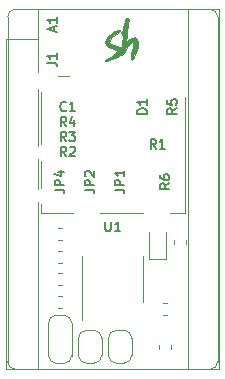
<source format=gbr>
%TF.GenerationSoftware,KiCad,Pcbnew,5.1.6+dfsg1-1~bpo10+1*%
%TF.CreationDate,2020-07-13T20:25:26+00:00*%
%TF.ProjectId,ProMicro_LOG,50726f4d-6963-4726-9f5f-4c4f472e6b69,v1.0*%
%TF.SameCoordinates,Original*%
%TF.FileFunction,Legend,Top*%
%TF.FilePolarity,Positive*%
%FSLAX45Y45*%
G04 Gerber Fmt 4.5, Leading zero omitted, Abs format (unit mm)*
G04 Created by KiCad (PCBNEW 5.1.6+dfsg1-1~bpo10+1) date 2020-07-13 20:25:26*
%MOMM*%
%LPD*%
G01*
G04 APERTURE LIST*
%TA.AperFunction,Profile*%
%ADD10C,0.100000*%
%TD*%
%ADD11C,0.010000*%
%ADD12C,0.120000*%
%ADD13C,0.200000*%
%ADD14O,1.600000X1.600000*%
%ADD15R,1.600000X1.600000*%
%ADD16C,0.150000*%
%ADD17R,1.500000X1.000000*%
%ADD18C,2.000000*%
%ADD19R,1.900000X1.350000*%
%ADD20R,1.200000X1.000000*%
%ADD21R,1.550000X1.350000*%
%ADD22R,1.170000X1.800000*%
%ADD23R,0.850000X1.100000*%
%ADD24R,0.750000X1.100000*%
G04 APERTURE END LIST*
D10*
X-1587500Y2921000D02*
G75*
G03*
X-1651000Y2857500I0J-63500D01*
G01*
X127000Y2857500D02*
G75*
G03*
X63500Y2921000I-63500J0D01*
G01*
X63500Y-127000D02*
G75*
G03*
X127000Y-63500I0J63500D01*
G01*
X-1651000Y-63500D02*
G75*
G03*
X-1587500Y-127000I63500J0D01*
G01*
X-1651000Y2857500D02*
X-1651000Y-63500D01*
X63500Y2921000D02*
X-1587500Y2921000D01*
X127000Y-63500D02*
X127000Y2857500D01*
X-1587500Y-127000D02*
X63500Y-127000D01*
D11*
G36*
X-628104Y2845524D02*
G01*
X-625562Y2833548D01*
X-627927Y2812434D01*
X-629480Y2805660D01*
X-634565Y2780297D01*
X-639740Y2745644D01*
X-643797Y2710049D01*
X-649700Y2647264D01*
X-626392Y2665599D01*
X-597523Y2681721D01*
X-573758Y2682524D01*
X-556998Y2669320D01*
X-549144Y2643418D01*
X-550711Y2613450D01*
X-558400Y2579744D01*
X-569652Y2544711D01*
X-582169Y2514798D01*
X-591492Y2498963D01*
X-600080Y2494482D01*
X-606030Y2502517D01*
X-607992Y2518700D01*
X-604616Y2538663D01*
X-604175Y2540000D01*
X-596488Y2567090D01*
X-590540Y2596246D01*
X-587061Y2622461D01*
X-586776Y2640725D01*
X-588765Y2646038D01*
X-598683Y2643227D01*
X-614157Y2630015D01*
X-631744Y2610347D01*
X-648004Y2588167D01*
X-659495Y2567420D01*
X-661179Y2563040D01*
X-670753Y2544549D01*
X-681807Y2535741D01*
X-682933Y2535625D01*
X-698433Y2531118D01*
X-718385Y2520451D01*
X-718734Y2520223D01*
X-738682Y2509312D01*
X-764954Y2497527D01*
X-791308Y2487384D01*
X-811499Y2481401D01*
X-816687Y2480733D01*
X-827738Y2485820D01*
X-828285Y2486340D01*
X-824990Y2492850D01*
X-810042Y2502518D01*
X-802179Y2506360D01*
X-777297Y2520278D01*
X-753131Y2537962D01*
X-734029Y2555739D01*
X-724341Y2569934D01*
X-723900Y2572465D01*
X-731292Y2579024D01*
X-750501Y2588117D01*
X-772583Y2596153D01*
X-805395Y2609948D01*
X-822148Y2626157D01*
X-823716Y2647097D01*
X-810974Y2675085D01*
X-805569Y2683584D01*
X-787458Y2704396D01*
X-763552Y2723509D01*
X-738078Y2738530D01*
X-715256Y2747068D01*
X-699312Y2746732D01*
X-696989Y2745076D01*
X-696770Y2736243D01*
X-712360Y2725102D01*
X-719266Y2721656D01*
X-743111Y2706401D01*
X-765115Y2685820D01*
X-781764Y2664099D01*
X-789548Y2645421D01*
X-789015Y2638522D01*
X-778435Y2629545D01*
X-757873Y2622029D01*
X-752093Y2620786D01*
X-726916Y2613512D01*
X-707282Y2603480D01*
X-705250Y2601833D01*
X-694150Y2593992D01*
X-688852Y2600001D01*
X-686746Y2608900D01*
X-680862Y2643475D01*
X-677711Y2674251D01*
X-677489Y2697314D01*
X-680392Y2708748D01*
X-681729Y2709333D01*
X-689097Y2716193D01*
X-690033Y2722033D01*
X-685942Y2733307D01*
X-682471Y2734733D01*
X-677207Y2742365D01*
X-670968Y2762267D01*
X-665693Y2787054D01*
X-657124Y2822573D01*
X-646762Y2843802D01*
X-635262Y2849724D01*
X-628104Y2845524D01*
G37*
X-628104Y2845524D02*
X-625562Y2833548D01*
X-627927Y2812434D01*
X-629480Y2805660D01*
X-634565Y2780297D01*
X-639740Y2745644D01*
X-643797Y2710049D01*
X-649700Y2647264D01*
X-626392Y2665599D01*
X-597523Y2681721D01*
X-573758Y2682524D01*
X-556998Y2669320D01*
X-549144Y2643418D01*
X-550711Y2613450D01*
X-558400Y2579744D01*
X-569652Y2544711D01*
X-582169Y2514798D01*
X-591492Y2498963D01*
X-600080Y2494482D01*
X-606030Y2502517D01*
X-607992Y2518700D01*
X-604616Y2538663D01*
X-604175Y2540000D01*
X-596488Y2567090D01*
X-590540Y2596246D01*
X-587061Y2622461D01*
X-586776Y2640725D01*
X-588765Y2646038D01*
X-598683Y2643227D01*
X-614157Y2630015D01*
X-631744Y2610347D01*
X-648004Y2588167D01*
X-659495Y2567420D01*
X-661179Y2563040D01*
X-670753Y2544549D01*
X-681807Y2535741D01*
X-682933Y2535625D01*
X-698433Y2531118D01*
X-718385Y2520451D01*
X-718734Y2520223D01*
X-738682Y2509312D01*
X-764954Y2497527D01*
X-791308Y2487384D01*
X-811499Y2481401D01*
X-816687Y2480733D01*
X-827738Y2485820D01*
X-828285Y2486340D01*
X-824990Y2492850D01*
X-810042Y2502518D01*
X-802179Y2506360D01*
X-777297Y2520278D01*
X-753131Y2537962D01*
X-734029Y2555739D01*
X-724341Y2569934D01*
X-723900Y2572465D01*
X-731292Y2579024D01*
X-750501Y2588117D01*
X-772583Y2596153D01*
X-805395Y2609948D01*
X-822148Y2626157D01*
X-823716Y2647097D01*
X-810974Y2675085D01*
X-805569Y2683584D01*
X-787458Y2704396D01*
X-763552Y2723509D01*
X-738078Y2738530D01*
X-715256Y2747068D01*
X-699312Y2746732D01*
X-696989Y2745076D01*
X-696770Y2736243D01*
X-712360Y2725102D01*
X-719266Y2721656D01*
X-743111Y2706401D01*
X-765115Y2685820D01*
X-781764Y2664099D01*
X-789548Y2645421D01*
X-789015Y2638522D01*
X-778435Y2629545D01*
X-757873Y2622029D01*
X-752093Y2620786D01*
X-726916Y2613512D01*
X-707282Y2603480D01*
X-705250Y2601833D01*
X-694150Y2593992D01*
X-688852Y2600001D01*
X-686746Y2608900D01*
X-680862Y2643475D01*
X-677711Y2674251D01*
X-677489Y2697314D01*
X-680392Y2708748D01*
X-681729Y2709333D01*
X-689097Y2716193D01*
X-690033Y2722033D01*
X-685942Y2733307D01*
X-682471Y2734733D01*
X-677207Y2742365D01*
X-670968Y2762267D01*
X-665693Y2787054D01*
X-657124Y2822573D01*
X-646762Y2843802D01*
X-635262Y2849724D01*
X-628104Y2845524D01*
D12*
X140000Y2921000D02*
X-1397000Y2921000D01*
X140000Y-127000D02*
X140000Y2921000D01*
X-1664000Y-127000D02*
X140000Y-127000D01*
X-1397000Y2921000D02*
X-1397000Y-127000D01*
X-1397000Y2667000D02*
X-1664000Y2667000D01*
X-127000Y2921000D02*
X-127000Y-127000D01*
X-1664000Y2667000D02*
X-1664000Y-127000D01*
X-266500Y79778D02*
X-266500Y47222D01*
X-368500Y79778D02*
X-368500Y47222D01*
X-1222778Y1067000D02*
X-1190222Y1067000D01*
X-1222778Y965000D02*
X-1190222Y965000D01*
X-1176500Y-78000D02*
X-1236500Y-78000D01*
X-1106500Y267000D02*
X-1106500Y-13000D01*
X-1236500Y332000D02*
X-1176500Y332000D01*
X-1306500Y-13000D02*
X-1306500Y267000D01*
X-1236500Y-78000D02*
G75*
G02*
X-1306500Y-8000I0J70000D01*
G01*
X-1106500Y-8000D02*
G75*
G02*
X-1176500Y-78000I-70000J0D01*
G01*
X-1176500Y332000D02*
G75*
G02*
X-1106500Y262000I0J-70000D01*
G01*
X-1306500Y262000D02*
G75*
G02*
X-1236500Y332000I70000J0D01*
G01*
X-454500Y1032500D02*
X-454500Y804000D01*
X-454500Y804000D02*
X-307500Y804000D01*
X-307500Y804000D02*
X-307500Y1032500D01*
X-241500Y936222D02*
X-241500Y968778D01*
X-139500Y936222D02*
X-139500Y968778D01*
X-1222778Y876500D02*
X-1190222Y876500D01*
X-1222778Y774500D02*
X-1190222Y774500D01*
X-1222778Y686000D02*
X-1190222Y686000D01*
X-1222778Y584000D02*
X-1190222Y584000D01*
X-1222778Y495500D02*
X-1190222Y495500D01*
X-1222778Y393500D02*
X-1190222Y393500D01*
X-301222Y330000D02*
X-333778Y330000D01*
X-301222Y432000D02*
X-333778Y432000D01*
X-982500Y203500D02*
X-922500Y203500D01*
X-1052500Y-6500D02*
X-1052500Y133500D01*
X-922500Y-76500D02*
X-982500Y-76500D01*
X-852500Y133500D02*
X-852500Y-6500D01*
X-922500Y203500D02*
G75*
G02*
X-852500Y133500I0J-70000D01*
G01*
X-1052500Y133500D02*
G75*
G02*
X-982500Y203500I70000J0D01*
G01*
X-982500Y-76500D02*
G75*
G02*
X-1052500Y-6500I0J70000D01*
G01*
X-852500Y-6500D02*
G75*
G02*
X-922500Y-76500I-70000J0D01*
G01*
X-728500Y203500D02*
X-668500Y203500D01*
X-798500Y-6500D02*
X-798500Y133500D01*
X-668500Y-76500D02*
X-728500Y-76500D01*
X-598500Y133500D02*
X-598500Y-6500D01*
X-668500Y203500D02*
G75*
G02*
X-598500Y133500I0J-70000D01*
G01*
X-798500Y133500D02*
G75*
G02*
X-728500Y203500I70000J0D01*
G01*
X-728500Y-76500D02*
G75*
G02*
X-798500Y-6500I0J70000D01*
G01*
X-598500Y-6500D02*
G75*
G02*
X-668500Y-76500I-70000J0D01*
G01*
X-506000Y635000D02*
X-506000Y830000D01*
X-506000Y635000D02*
X-506000Y440000D01*
X-1018000Y635000D02*
X-1018000Y830000D01*
X-1018000Y635000D02*
X-1018000Y290000D01*
X-1221000Y2360000D02*
X-1135000Y2360000D01*
X-151000Y1196000D02*
X-151000Y2178000D01*
X-274000Y1196000D02*
X-151000Y1196000D01*
X-871000Y1196000D02*
X-504000Y1196000D01*
X-1369000Y1196000D02*
X-1101000Y1196000D01*
X-1369000Y1268000D02*
X-1369000Y1196000D01*
X-1369000Y1638000D02*
X-1369000Y1408000D01*
X-1369000Y2223000D02*
X-1369000Y1778000D01*
D13*
X-1256667Y2736857D02*
X-1256667Y2774952D01*
X-1233810Y2729238D02*
X-1313810Y2755905D01*
X-1233810Y2782572D01*
X-1233810Y2851143D02*
X-1233810Y2805429D01*
X-1233810Y2828286D02*
X-1313810Y2828286D01*
X-1302381Y2820667D01*
X-1294762Y2813048D01*
X-1290952Y2805429D01*
X-281310Y1447167D02*
X-319405Y1420500D01*
X-281310Y1401452D02*
X-361310Y1401452D01*
X-361310Y1431929D01*
X-357500Y1439548D01*
X-353690Y1443357D01*
X-346072Y1447167D01*
X-334643Y1447167D01*
X-327024Y1443357D01*
X-323214Y1439548D01*
X-319405Y1431929D01*
X-319405Y1401452D01*
X-361310Y1515738D02*
X-361310Y1500500D01*
X-357500Y1492881D01*
X-353690Y1489071D01*
X-342262Y1481452D01*
X-327024Y1477643D01*
X-296548Y1477643D01*
X-288929Y1481452D01*
X-285119Y1485262D01*
X-281310Y1492881D01*
X-281310Y1508119D01*
X-285119Y1515738D01*
X-288929Y1519548D01*
X-296548Y1523357D01*
X-315595Y1523357D01*
X-323214Y1519548D01*
X-327024Y1515738D01*
X-330833Y1508119D01*
X-330833Y1492881D01*
X-327024Y1485262D01*
X-323214Y1481452D01*
X-315595Y1477643D01*
X-1156333Y2066929D02*
X-1160143Y2063119D01*
X-1171572Y2059310D01*
X-1179191Y2059310D01*
X-1190619Y2063119D01*
X-1198238Y2070738D01*
X-1202048Y2078357D01*
X-1205857Y2093595D01*
X-1205857Y2105024D01*
X-1202048Y2120262D01*
X-1198238Y2127881D01*
X-1190619Y2135500D01*
X-1179191Y2139310D01*
X-1171572Y2139310D01*
X-1160143Y2135500D01*
X-1156333Y2131691D01*
X-1080143Y2059310D02*
X-1125857Y2059310D01*
X-1103000Y2059310D02*
X-1103000Y2139310D01*
X-1110619Y2127881D01*
X-1118238Y2120262D01*
X-1125857Y2116452D01*
X-1250310Y1393833D02*
X-1193167Y1393833D01*
X-1181738Y1390024D01*
X-1174119Y1382405D01*
X-1170310Y1370976D01*
X-1170310Y1363357D01*
X-1170310Y1431929D02*
X-1250310Y1431929D01*
X-1250310Y1462405D01*
X-1246500Y1470024D01*
X-1242691Y1473833D01*
X-1235072Y1477643D01*
X-1223643Y1477643D01*
X-1216024Y1473833D01*
X-1212214Y1470024D01*
X-1208405Y1462405D01*
X-1208405Y1431929D01*
X-1223643Y1546214D02*
X-1170310Y1546214D01*
X-1254119Y1527167D02*
X-1196976Y1508119D01*
X-1196976Y1557643D01*
X-471810Y2036452D02*
X-551810Y2036452D01*
X-551810Y2055500D01*
X-548000Y2066929D01*
X-540381Y2074548D01*
X-532762Y2078357D01*
X-517524Y2082167D01*
X-506095Y2082167D01*
X-490857Y2078357D01*
X-483238Y2074548D01*
X-475619Y2066929D01*
X-471810Y2055500D01*
X-471810Y2036452D01*
X-471810Y2158357D02*
X-471810Y2112643D01*
X-471810Y2135500D02*
X-551810Y2135500D01*
X-540381Y2127881D01*
X-532762Y2120262D01*
X-528952Y2112643D01*
X-217810Y2082167D02*
X-255905Y2055500D01*
X-217810Y2036452D02*
X-297810Y2036452D01*
X-297810Y2066929D01*
X-294000Y2074548D01*
X-290191Y2078357D01*
X-282572Y2082167D01*
X-271143Y2082167D01*
X-263524Y2078357D01*
X-259714Y2074548D01*
X-255905Y2066929D01*
X-255905Y2036452D01*
X-297810Y2154548D02*
X-297810Y2116452D01*
X-259714Y2112643D01*
X-263524Y2116452D01*
X-267333Y2124072D01*
X-267333Y2143119D01*
X-263524Y2150738D01*
X-259714Y2154548D01*
X-252095Y2158357D01*
X-233048Y2158357D01*
X-225429Y2154548D01*
X-221619Y2150738D01*
X-217810Y2143119D01*
X-217810Y2124072D01*
X-221619Y2116452D01*
X-225429Y2112643D01*
X-1156333Y1932310D02*
X-1183000Y1970405D01*
X-1202048Y1932310D02*
X-1202048Y2012310D01*
X-1171572Y2012310D01*
X-1163952Y2008500D01*
X-1160143Y2004690D01*
X-1156333Y1997071D01*
X-1156333Y1985643D01*
X-1160143Y1978024D01*
X-1163952Y1974214D01*
X-1171572Y1970405D01*
X-1202048Y1970405D01*
X-1087762Y1985643D02*
X-1087762Y1932310D01*
X-1106810Y2016119D02*
X-1125857Y1958976D01*
X-1076333Y1958976D01*
X-1156333Y1805310D02*
X-1183000Y1843405D01*
X-1202048Y1805310D02*
X-1202048Y1885310D01*
X-1171572Y1885310D01*
X-1163952Y1881500D01*
X-1160143Y1877690D01*
X-1156333Y1870071D01*
X-1156333Y1858643D01*
X-1160143Y1851024D01*
X-1163952Y1847214D01*
X-1171572Y1843405D01*
X-1202048Y1843405D01*
X-1129667Y1885310D02*
X-1080143Y1885310D01*
X-1106810Y1854833D01*
X-1095381Y1854833D01*
X-1087762Y1851024D01*
X-1083952Y1847214D01*
X-1080143Y1839595D01*
X-1080143Y1820548D01*
X-1083952Y1812929D01*
X-1087762Y1809119D01*
X-1095381Y1805310D01*
X-1118238Y1805310D01*
X-1125857Y1809119D01*
X-1129667Y1812929D01*
X-1156333Y1678310D02*
X-1183000Y1716405D01*
X-1202048Y1678310D02*
X-1202048Y1758310D01*
X-1171572Y1758310D01*
X-1163952Y1754500D01*
X-1160143Y1750690D01*
X-1156333Y1743071D01*
X-1156333Y1731643D01*
X-1160143Y1724024D01*
X-1163952Y1720214D01*
X-1171572Y1716405D01*
X-1202048Y1716405D01*
X-1125857Y1750690D02*
X-1122048Y1754500D01*
X-1114429Y1758310D01*
X-1095381Y1758310D01*
X-1087762Y1754500D01*
X-1083952Y1750690D01*
X-1080143Y1743071D01*
X-1080143Y1735452D01*
X-1083952Y1724024D01*
X-1129667Y1678310D01*
X-1080143Y1678310D01*
X-394333Y1741810D02*
X-421000Y1779905D01*
X-440048Y1741810D02*
X-440048Y1821810D01*
X-409571Y1821810D01*
X-401952Y1818000D01*
X-398143Y1814190D01*
X-394333Y1806571D01*
X-394333Y1795143D01*
X-398143Y1787524D01*
X-401952Y1783714D01*
X-409571Y1779905D01*
X-440048Y1779905D01*
X-318143Y1741810D02*
X-363857Y1741810D01*
X-341000Y1741810D02*
X-341000Y1821810D01*
X-348619Y1810381D01*
X-356238Y1802762D01*
X-363857Y1798952D01*
X-996310Y1393833D02*
X-939167Y1393833D01*
X-927738Y1390024D01*
X-920119Y1382405D01*
X-916310Y1370976D01*
X-916310Y1363357D01*
X-916310Y1431929D02*
X-996310Y1431929D01*
X-996310Y1462405D01*
X-992500Y1470024D01*
X-988690Y1473833D01*
X-981071Y1477643D01*
X-969643Y1477643D01*
X-962024Y1473833D01*
X-958214Y1470024D01*
X-954405Y1462405D01*
X-954405Y1431929D01*
X-988690Y1508119D02*
X-992500Y1511929D01*
X-996310Y1519548D01*
X-996310Y1538595D01*
X-992500Y1546214D01*
X-988690Y1550024D01*
X-981071Y1553833D01*
X-973452Y1553833D01*
X-962024Y1550024D01*
X-916310Y1504310D01*
X-916310Y1553833D01*
X-742310Y1393833D02*
X-685167Y1393833D01*
X-673738Y1390024D01*
X-666119Y1382405D01*
X-662310Y1370976D01*
X-662310Y1363357D01*
X-662310Y1431929D02*
X-742310Y1431929D01*
X-742310Y1462405D01*
X-738500Y1470024D01*
X-734690Y1473833D01*
X-727071Y1477643D01*
X-715643Y1477643D01*
X-708024Y1473833D01*
X-704214Y1470024D01*
X-700405Y1462405D01*
X-700405Y1431929D01*
X-662310Y1553833D02*
X-662310Y1508119D01*
X-662310Y1530976D02*
X-742310Y1530976D01*
X-730881Y1523357D01*
X-723262Y1515738D01*
X-719452Y1508119D01*
X-822952Y1123310D02*
X-822952Y1058548D01*
X-819143Y1050929D01*
X-815333Y1047119D01*
X-807714Y1043310D01*
X-792476Y1043310D01*
X-784857Y1047119D01*
X-781048Y1050929D01*
X-777238Y1058548D01*
X-777238Y1123310D01*
X-697238Y1043310D02*
X-742952Y1043310D01*
X-720095Y1043310D02*
X-720095Y1123310D01*
X-727714Y1111881D01*
X-735333Y1104262D01*
X-742952Y1100452D01*
X-1313810Y2469333D02*
X-1256667Y2469333D01*
X-1245238Y2465524D01*
X-1237619Y2457905D01*
X-1233810Y2446476D01*
X-1233810Y2438857D01*
X-1233810Y2549333D02*
X-1233810Y2503619D01*
X-1233810Y2526476D02*
X-1313810Y2526476D01*
X-1302381Y2518857D01*
X-1294762Y2511238D01*
X-1290952Y2503619D01*
%LPC*%
D14*
X0Y2794000D03*
X0Y2540000D03*
X0Y2286000D03*
X-1524000Y0D03*
X0Y2032000D03*
X-1524000Y254000D03*
X0Y1778000D03*
X-1524000Y508000D03*
X0Y1524000D03*
X-1524000Y762000D03*
X0Y1270000D03*
X-1524000Y1016000D03*
X0Y1016000D03*
X-1524000Y1270000D03*
X0Y762000D03*
X-1524000Y1524000D03*
X0Y508000D03*
X-1524000Y1778000D03*
X0Y254000D03*
X-1524000Y2032000D03*
X0Y0D03*
X-1524000Y2286000D03*
X-1524000Y2540000D03*
D15*
X-1524000Y2794000D03*
G36*
G01*
X-343125Y28500D02*
X-291875Y28500D01*
G75*
G02*
X-270000Y6625I0J-21875D01*
G01*
X-270000Y-37125D01*
G75*
G02*
X-291875Y-59000I-21875J0D01*
G01*
X-343125Y-59000D01*
G75*
G02*
X-365000Y-37125I0J21875D01*
G01*
X-365000Y6625D01*
G75*
G02*
X-343125Y28500I21875J0D01*
G01*
G37*
G36*
G01*
X-343125Y186000D02*
X-291875Y186000D01*
G75*
G02*
X-270000Y164125I0J-21875D01*
G01*
X-270000Y120375D01*
G75*
G02*
X-291875Y98500I-21875J0D01*
G01*
X-343125Y98500D01*
G75*
G02*
X-365000Y120375I0J21875D01*
G01*
X-365000Y164125D01*
G75*
G02*
X-343125Y186000I21875J0D01*
G01*
G37*
G36*
G01*
X-1171500Y990375D02*
X-1171500Y1041625D01*
G75*
G02*
X-1149625Y1063500I21875J0D01*
G01*
X-1105875Y1063500D01*
G75*
G02*
X-1084000Y1041625I0J-21875D01*
G01*
X-1084000Y990375D01*
G75*
G02*
X-1105875Y968500I-21875J0D01*
G01*
X-1149625Y968500D01*
G75*
G02*
X-1171500Y990375I0J21875D01*
G01*
G37*
G36*
G01*
X-1329000Y990375D02*
X-1329000Y1041625D01*
G75*
G02*
X-1307125Y1063500I21875J0D01*
G01*
X-1263375Y1063500D01*
G75*
G02*
X-1241500Y1041625I0J-21875D01*
G01*
X-1241500Y990375D01*
G75*
G02*
X-1263375Y968500I-21875J0D01*
G01*
X-1307125Y968500D01*
G75*
G02*
X-1329000Y990375I0J21875D01*
G01*
G37*
D16*
G36*
X-1131500Y52000D02*
G01*
X-1131500Y-3000D01*
X-1131560Y-3000D01*
X-1131560Y-5453D01*
X-1132041Y-10337D01*
X-1132998Y-15149D01*
X-1134423Y-19845D01*
X-1136301Y-24378D01*
X-1138614Y-28705D01*
X-1141340Y-32785D01*
X-1144452Y-36578D01*
X-1147922Y-40048D01*
X-1151715Y-43160D01*
X-1155795Y-45886D01*
X-1160122Y-48199D01*
X-1164656Y-50077D01*
X-1169351Y-51502D01*
X-1174164Y-52459D01*
X-1179047Y-52940D01*
X-1181500Y-52940D01*
X-1181500Y-53000D01*
X-1231500Y-53000D01*
X-1231500Y-52940D01*
X-1233953Y-52940D01*
X-1238837Y-52459D01*
X-1243649Y-51502D01*
X-1248345Y-50077D01*
X-1252878Y-48199D01*
X-1257205Y-45886D01*
X-1261285Y-43160D01*
X-1265078Y-40048D01*
X-1268548Y-36578D01*
X-1271660Y-32785D01*
X-1274386Y-28705D01*
X-1276700Y-24378D01*
X-1278577Y-19845D01*
X-1280002Y-15149D01*
X-1280959Y-10337D01*
X-1281440Y-5453D01*
X-1281440Y-3000D01*
X-1281500Y-3000D01*
X-1281500Y52000D01*
X-1131500Y52000D01*
G37*
D17*
X-1206500Y127000D03*
D16*
G36*
X-1281440Y257000D02*
G01*
X-1281440Y259453D01*
X-1280959Y264337D01*
X-1280002Y269149D01*
X-1278577Y273845D01*
X-1276700Y278378D01*
X-1274386Y282705D01*
X-1271660Y286785D01*
X-1268548Y290578D01*
X-1265078Y294048D01*
X-1261285Y297160D01*
X-1257205Y299886D01*
X-1252878Y302200D01*
X-1248345Y304077D01*
X-1243649Y305502D01*
X-1238837Y306459D01*
X-1233953Y306940D01*
X-1231500Y306940D01*
X-1231500Y307000D01*
X-1181500Y307000D01*
X-1181500Y306940D01*
X-1179047Y306940D01*
X-1174164Y306459D01*
X-1169351Y305502D01*
X-1164656Y304077D01*
X-1160122Y302200D01*
X-1155795Y299886D01*
X-1151715Y297160D01*
X-1147922Y294048D01*
X-1144452Y290578D01*
X-1141340Y286785D01*
X-1138614Y282705D01*
X-1136301Y278378D01*
X-1134423Y273845D01*
X-1132998Y269149D01*
X-1132041Y264337D01*
X-1131560Y259453D01*
X-1131560Y257000D01*
X-1131500Y257000D01*
X-1131500Y202000D01*
X-1281500Y202000D01*
X-1281500Y257000D01*
X-1281440Y257000D01*
G37*
G36*
G01*
X-355375Y987500D02*
X-406625Y987500D01*
G75*
G02*
X-428500Y1009375I0J21875D01*
G01*
X-428500Y1053125D01*
G75*
G02*
X-406625Y1075000I21875J0D01*
G01*
X-355375Y1075000D01*
G75*
G02*
X-333500Y1053125I0J-21875D01*
G01*
X-333500Y1009375D01*
G75*
G02*
X-355375Y987500I-21875J0D01*
G01*
G37*
G36*
G01*
X-355375Y830000D02*
X-406625Y830000D01*
G75*
G02*
X-428500Y851875I0J21875D01*
G01*
X-428500Y895625D01*
G75*
G02*
X-406625Y917500I21875J0D01*
G01*
X-355375Y917500D01*
G75*
G02*
X-333500Y895625I0J-21875D01*
G01*
X-333500Y851875D01*
G75*
G02*
X-355375Y830000I-21875J0D01*
G01*
G37*
G36*
G01*
X-164875Y987500D02*
X-216125Y987500D01*
G75*
G02*
X-238000Y1009375I0J21875D01*
G01*
X-238000Y1053125D01*
G75*
G02*
X-216125Y1075000I21875J0D01*
G01*
X-164875Y1075000D01*
G75*
G02*
X-143000Y1053125I0J-21875D01*
G01*
X-143000Y1009375D01*
G75*
G02*
X-164875Y987500I-21875J0D01*
G01*
G37*
G36*
G01*
X-164875Y830000D02*
X-216125Y830000D01*
G75*
G02*
X-238000Y851875I0J21875D01*
G01*
X-238000Y895625D01*
G75*
G02*
X-216125Y917500I21875J0D01*
G01*
X-164875Y917500D01*
G75*
G02*
X-143000Y895625I0J-21875D01*
G01*
X-143000Y851875D01*
G75*
G02*
X-164875Y830000I-21875J0D01*
G01*
G37*
G36*
G01*
X-1171500Y799875D02*
X-1171500Y851125D01*
G75*
G02*
X-1149625Y873000I21875J0D01*
G01*
X-1105875Y873000D01*
G75*
G02*
X-1084000Y851125I0J-21875D01*
G01*
X-1084000Y799875D01*
G75*
G02*
X-1105875Y778000I-21875J0D01*
G01*
X-1149625Y778000D01*
G75*
G02*
X-1171500Y799875I0J21875D01*
G01*
G37*
G36*
G01*
X-1329000Y799875D02*
X-1329000Y851125D01*
G75*
G02*
X-1307125Y873000I21875J0D01*
G01*
X-1263375Y873000D01*
G75*
G02*
X-1241500Y851125I0J-21875D01*
G01*
X-1241500Y799875D01*
G75*
G02*
X-1263375Y778000I-21875J0D01*
G01*
X-1307125Y778000D01*
G75*
G02*
X-1329000Y799875I0J21875D01*
G01*
G37*
G36*
G01*
X-1171500Y609375D02*
X-1171500Y660625D01*
G75*
G02*
X-1149625Y682500I21875J0D01*
G01*
X-1105875Y682500D01*
G75*
G02*
X-1084000Y660625I0J-21875D01*
G01*
X-1084000Y609375D01*
G75*
G02*
X-1105875Y587500I-21875J0D01*
G01*
X-1149625Y587500D01*
G75*
G02*
X-1171500Y609375I0J21875D01*
G01*
G37*
G36*
G01*
X-1329000Y609375D02*
X-1329000Y660625D01*
G75*
G02*
X-1307125Y682500I21875J0D01*
G01*
X-1263375Y682500D01*
G75*
G02*
X-1241500Y660625I0J-21875D01*
G01*
X-1241500Y609375D01*
G75*
G02*
X-1263375Y587500I-21875J0D01*
G01*
X-1307125Y587500D01*
G75*
G02*
X-1329000Y609375I0J21875D01*
G01*
G37*
G36*
G01*
X-1171500Y418875D02*
X-1171500Y470125D01*
G75*
G02*
X-1149625Y492000I21875J0D01*
G01*
X-1105875Y492000D01*
G75*
G02*
X-1084000Y470125I0J-21875D01*
G01*
X-1084000Y418875D01*
G75*
G02*
X-1105875Y397000I-21875J0D01*
G01*
X-1149625Y397000D01*
G75*
G02*
X-1171500Y418875I0J21875D01*
G01*
G37*
G36*
G01*
X-1329000Y418875D02*
X-1329000Y470125D01*
G75*
G02*
X-1307125Y492000I21875J0D01*
G01*
X-1263375Y492000D01*
G75*
G02*
X-1241500Y470125I0J-21875D01*
G01*
X-1241500Y418875D01*
G75*
G02*
X-1263375Y397000I-21875J0D01*
G01*
X-1307125Y397000D01*
G75*
G02*
X-1329000Y418875I0J21875D01*
G01*
G37*
G36*
G01*
X-352500Y406625D02*
X-352500Y355375D01*
G75*
G02*
X-374375Y333500I-21875J0D01*
G01*
X-418125Y333500D01*
G75*
G02*
X-440000Y355375I0J21875D01*
G01*
X-440000Y406625D01*
G75*
G02*
X-418125Y428500I21875J0D01*
G01*
X-374375Y428500D01*
G75*
G02*
X-352500Y406625I0J-21875D01*
G01*
G37*
G36*
G01*
X-195000Y406625D02*
X-195000Y355375D01*
G75*
G02*
X-216875Y333500I-21875J0D01*
G01*
X-260625Y333500D01*
G75*
G02*
X-282500Y355375I0J21875D01*
G01*
X-282500Y406625D01*
G75*
G02*
X-260625Y428500I21875J0D01*
G01*
X-216875Y428500D01*
G75*
G02*
X-195000Y406625I0J-21875D01*
G01*
G37*
G36*
X-877560Y-1500D02*
G01*
X-877560Y-3953D01*
X-878041Y-8837D01*
X-878998Y-13649D01*
X-880423Y-18345D01*
X-882300Y-22878D01*
X-884614Y-27205D01*
X-887340Y-31285D01*
X-890452Y-35078D01*
X-893922Y-38548D01*
X-897715Y-41660D01*
X-901795Y-44386D01*
X-906122Y-46699D01*
X-910655Y-48577D01*
X-915351Y-50002D01*
X-920163Y-50959D01*
X-925047Y-51440D01*
X-927500Y-51440D01*
X-927500Y-51500D01*
X-977500Y-51500D01*
X-977500Y-51440D01*
X-979953Y-51440D01*
X-984836Y-50959D01*
X-989649Y-50002D01*
X-994344Y-48577D01*
X-998878Y-46699D01*
X-1003205Y-44386D01*
X-1007285Y-41660D01*
X-1011078Y-38548D01*
X-1014548Y-35078D01*
X-1017660Y-31285D01*
X-1020386Y-27205D01*
X-1022699Y-22878D01*
X-1024577Y-18345D01*
X-1026002Y-13649D01*
X-1026959Y-8837D01*
X-1027440Y-3953D01*
X-1027440Y-1500D01*
X-1027500Y-1500D01*
X-1027500Y48500D01*
X-877500Y48500D01*
X-877500Y-1500D01*
X-877560Y-1500D01*
G37*
G36*
X-1027500Y78500D02*
G01*
X-1027500Y128500D01*
X-1027440Y128500D01*
X-1027440Y130953D01*
X-1026959Y135837D01*
X-1026002Y140649D01*
X-1024577Y145345D01*
X-1022699Y149878D01*
X-1020386Y154205D01*
X-1017660Y158285D01*
X-1014548Y162078D01*
X-1011078Y165548D01*
X-1007285Y168660D01*
X-1003205Y171386D01*
X-998878Y173700D01*
X-994344Y175577D01*
X-989649Y177002D01*
X-984836Y177959D01*
X-979953Y178440D01*
X-977500Y178440D01*
X-977500Y178500D01*
X-927500Y178500D01*
X-927500Y178440D01*
X-925047Y178440D01*
X-920163Y177959D01*
X-915351Y177002D01*
X-910655Y175577D01*
X-906122Y173700D01*
X-901795Y171386D01*
X-897715Y168660D01*
X-893922Y165548D01*
X-890452Y162078D01*
X-887340Y158285D01*
X-884614Y154205D01*
X-882300Y149878D01*
X-880423Y145345D01*
X-878998Y140649D01*
X-878041Y135837D01*
X-877560Y130953D01*
X-877560Y128500D01*
X-877500Y128500D01*
X-877500Y78500D01*
X-1027500Y78500D01*
G37*
G36*
X-623560Y-1500D02*
G01*
X-623560Y-3953D01*
X-624041Y-8837D01*
X-624998Y-13649D01*
X-626423Y-18345D01*
X-628301Y-22878D01*
X-630614Y-27205D01*
X-633340Y-31285D01*
X-636452Y-35078D01*
X-639922Y-38548D01*
X-643715Y-41660D01*
X-647795Y-44386D01*
X-652122Y-46699D01*
X-656656Y-48577D01*
X-661351Y-50002D01*
X-666164Y-50959D01*
X-671047Y-51440D01*
X-673500Y-51440D01*
X-673500Y-51500D01*
X-723500Y-51500D01*
X-723500Y-51440D01*
X-725953Y-51440D01*
X-730836Y-50959D01*
X-735649Y-50002D01*
X-740344Y-48577D01*
X-744878Y-46699D01*
X-749205Y-44386D01*
X-753285Y-41660D01*
X-757078Y-38548D01*
X-760548Y-35078D01*
X-763660Y-31285D01*
X-766386Y-27205D01*
X-768699Y-22878D01*
X-770577Y-18345D01*
X-772002Y-13649D01*
X-772959Y-8837D01*
X-773440Y-3953D01*
X-773440Y-1500D01*
X-773500Y-1500D01*
X-773500Y48500D01*
X-623500Y48500D01*
X-623500Y-1500D01*
X-623560Y-1500D01*
G37*
G36*
X-773500Y78500D02*
G01*
X-773500Y128500D01*
X-773440Y128500D01*
X-773440Y130953D01*
X-772959Y135837D01*
X-772002Y140649D01*
X-770577Y145345D01*
X-768699Y149878D01*
X-766386Y154205D01*
X-763660Y158285D01*
X-760548Y162078D01*
X-757078Y165548D01*
X-753285Y168660D01*
X-749205Y171386D01*
X-744878Y173700D01*
X-740344Y175577D01*
X-735649Y177002D01*
X-730836Y177959D01*
X-725953Y178440D01*
X-723500Y178440D01*
X-723500Y178500D01*
X-673500Y178500D01*
X-673500Y178440D01*
X-671047Y178440D01*
X-666164Y177959D01*
X-661351Y177002D01*
X-656656Y175577D01*
X-652122Y173700D01*
X-647795Y171386D01*
X-643715Y168660D01*
X-639922Y165548D01*
X-636452Y162078D01*
X-633340Y158285D01*
X-630614Y154205D01*
X-628301Y149878D01*
X-626423Y145345D01*
X-624998Y140649D01*
X-624041Y135837D01*
X-623560Y130953D01*
X-623560Y128500D01*
X-623500Y128500D01*
X-623500Y78500D01*
X-773500Y78500D01*
G37*
G36*
G01*
X-937500Y785000D02*
X-967500Y785000D01*
G75*
G02*
X-982500Y800000I0J15000D01*
G01*
X-982500Y965000D01*
G75*
G02*
X-967500Y980000I15000J0D01*
G01*
X-937500Y980000D01*
G75*
G02*
X-922500Y965000I0J-15000D01*
G01*
X-922500Y800000D01*
G75*
G02*
X-937500Y785000I-15000J0D01*
G01*
G37*
G36*
G01*
X-810500Y785000D02*
X-840500Y785000D01*
G75*
G02*
X-855500Y800000I0J15000D01*
G01*
X-855500Y965000D01*
G75*
G02*
X-840500Y980000I15000J0D01*
G01*
X-810500Y980000D01*
G75*
G02*
X-795500Y965000I0J-15000D01*
G01*
X-795500Y800000D01*
G75*
G02*
X-810500Y785000I-15000J0D01*
G01*
G37*
G36*
G01*
X-683500Y785000D02*
X-713500Y785000D01*
G75*
G02*
X-728500Y800000I0J15000D01*
G01*
X-728500Y965000D01*
G75*
G02*
X-713500Y980000I15000J0D01*
G01*
X-683500Y980000D01*
G75*
G02*
X-668500Y965000I0J-15000D01*
G01*
X-668500Y800000D01*
G75*
G02*
X-683500Y785000I-15000J0D01*
G01*
G37*
G36*
G01*
X-556500Y785000D02*
X-586500Y785000D01*
G75*
G02*
X-601500Y800000I0J15000D01*
G01*
X-601500Y965000D01*
G75*
G02*
X-586500Y980000I15000J0D01*
G01*
X-556500Y980000D01*
G75*
G02*
X-541500Y965000I0J-15000D01*
G01*
X-541500Y800000D01*
G75*
G02*
X-556500Y785000I-15000J0D01*
G01*
G37*
G36*
G01*
X-556500Y290000D02*
X-586500Y290000D01*
G75*
G02*
X-601500Y305000I0J15000D01*
G01*
X-601500Y470000D01*
G75*
G02*
X-586500Y485000I15000J0D01*
G01*
X-556500Y485000D01*
G75*
G02*
X-541500Y470000I0J-15000D01*
G01*
X-541500Y305000D01*
G75*
G02*
X-556500Y290000I-15000J0D01*
G01*
G37*
G36*
G01*
X-683500Y290000D02*
X-713500Y290000D01*
G75*
G02*
X-728500Y305000I0J15000D01*
G01*
X-728500Y470000D01*
G75*
G02*
X-713500Y485000I15000J0D01*
G01*
X-683500Y485000D01*
G75*
G02*
X-668500Y470000I0J-15000D01*
G01*
X-668500Y305000D01*
G75*
G02*
X-683500Y290000I-15000J0D01*
G01*
G37*
G36*
G01*
X-810500Y290000D02*
X-840500Y290000D01*
G75*
G02*
X-855500Y305000I0J15000D01*
G01*
X-855500Y470000D01*
G75*
G02*
X-840500Y485000I15000J0D01*
G01*
X-810500Y485000D01*
G75*
G02*
X-795500Y470000I0J-15000D01*
G01*
X-795500Y305000D01*
G75*
G02*
X-810500Y290000I-15000J0D01*
G01*
G37*
G36*
G01*
X-937500Y290000D02*
X-967500Y290000D01*
G75*
G02*
X-982500Y305000I0J15000D01*
G01*
X-982500Y470000D01*
G75*
G02*
X-967500Y485000I15000J0D01*
G01*
X-937500Y485000D01*
G75*
G02*
X-922500Y470000I0J-15000D01*
G01*
X-922500Y305000D01*
G75*
G02*
X-937500Y290000I-15000J0D01*
G01*
G37*
D18*
X-254000Y635000D03*
D19*
X-389000Y1240500D03*
X-986000Y1240500D03*
D20*
X-1336000Y1708000D03*
X-1336000Y1338000D03*
D21*
X-1318500Y2310500D03*
D22*
X-186500Y2288000D03*
D23*
X-412500Y2323000D03*
X-522500Y2323000D03*
X-632500Y2323000D03*
X-742500Y2323000D03*
X-852500Y2323000D03*
X-962500Y2323000D03*
D24*
X-307500Y2323000D03*
D23*
X-1072500Y2323000D03*
M02*

</source>
